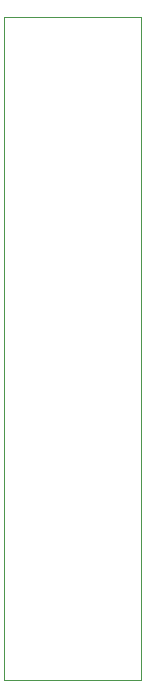
<source format=gbr>
G04 #@! TF.FileFunction,Profile,NP*
%FSLAX46Y46*%
G04 Gerber Fmt 4.6, Leading zero omitted, Abs format (unit mm)*
G04 Created by KiCad (PCBNEW (after 2015-mar-04 BZR unknown)-product) date 5/23/2015 10:25:57 AM*
%MOMM*%
G01*
G04 APERTURE LIST*
%ADD10C,0.100000*%
%ADD11C,0.050000*%
G04 APERTURE END LIST*
D10*
D11*
X1149600Y1307800D02*
X12769600Y1307800D01*
X12769600Y1307800D02*
X12769600Y57457500D01*
X1149600Y57457500D02*
X12769600Y57457500D01*
X1149600Y1307800D02*
X1149600Y57457500D01*
M02*

</source>
